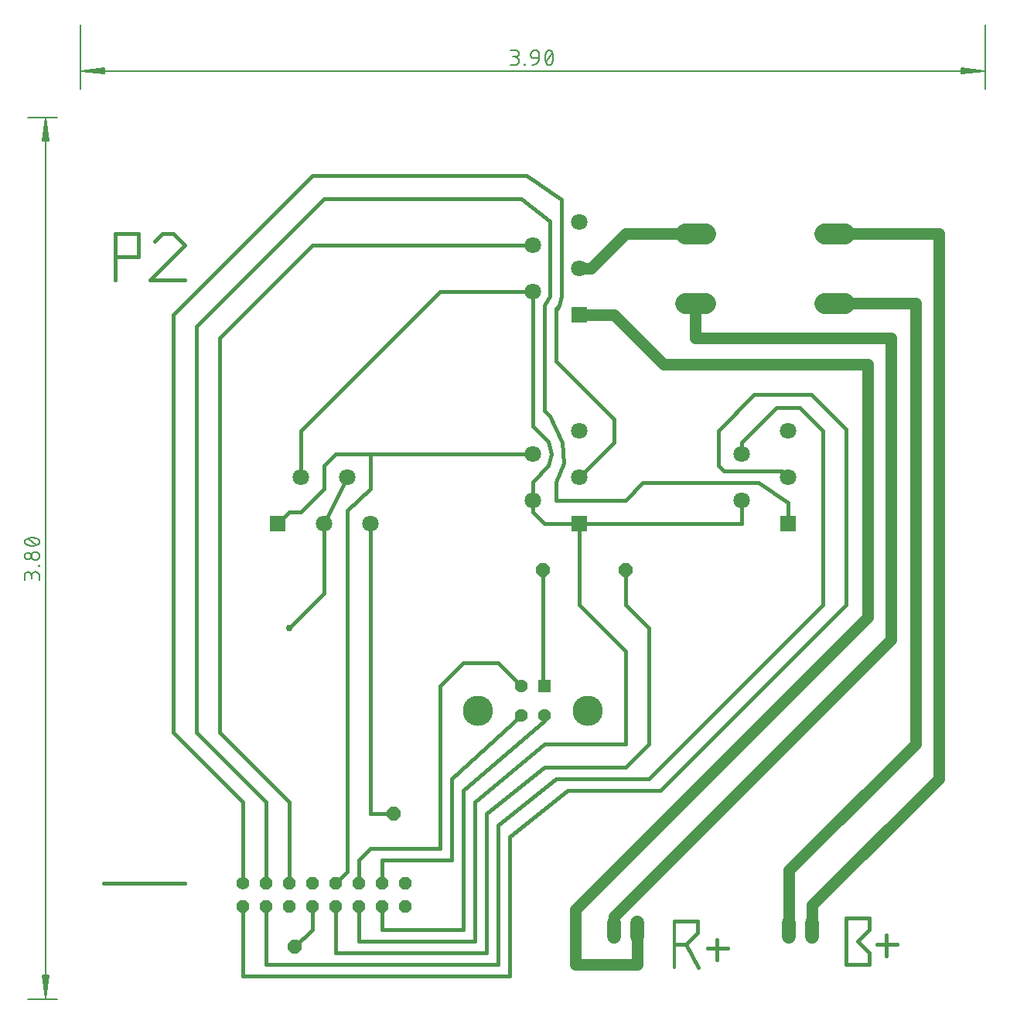
<source format=gbr>
G04 EAGLE Gerber RS-274X export*
G75*
%MOIN*%
%FSLAX34Y34*%
%LPD*%
%INTop Copper*%
%IPPOS*%
%AMOC8*
5,1,8,0,0,1.08239X$1,22.5*%
G01*
%ADD10C,0.005118*%
%ADD11C,0.006000*%
%ADD12C,0.056000*%
%ADD13P,0.060614X8X22.500000*%
%ADD14C,0.060000*%
%ADD15R,0.070866X0.070866*%
%ADD16C,0.070866*%
%ADD17C,0.056220*%
%ADD18R,0.056220X0.056220*%
%ADD19C,0.130551*%
%ADD20C,0.088500*%
%ADD21P,0.064262X8X202.500000*%
%ADD22C,0.016000*%
%ADD23C,0.050000*%
%ADD24C,0.029780*%
%ADD25C,0.012000*%


D10*
X-3000Y0D02*
X-4268Y0D01*
X-4268Y38000D02*
X-3000Y38000D01*
X-3500Y37974D02*
X-3500Y26D01*
X-3626Y1024D01*
X-3374Y1024D01*
X-3500Y26D01*
X-3551Y1024D01*
X-3449Y1024D02*
X-3500Y26D01*
X-3602Y1024D01*
X-3398Y1024D02*
X-3500Y26D01*
X-3626Y36976D02*
X-3500Y37974D01*
X-3626Y36976D02*
X-3374Y36976D01*
X-3500Y37974D01*
X-3551Y36976D01*
X-3449Y36976D02*
X-3500Y37974D01*
X-3602Y36976D01*
X-3398Y36976D02*
X-3500Y37974D01*
D11*
X-3756Y18231D02*
X-3756Y18053D01*
X-3756Y18231D02*
X-3758Y18256D01*
X-3763Y18281D01*
X-3772Y18305D01*
X-3784Y18327D01*
X-3799Y18348D01*
X-3817Y18366D01*
X-3838Y18381D01*
X-3860Y18393D01*
X-3884Y18402D01*
X-3909Y18407D01*
X-3934Y18409D01*
X-3959Y18407D01*
X-3984Y18402D01*
X-4008Y18393D01*
X-4030Y18381D01*
X-4051Y18366D01*
X-4069Y18348D01*
X-4084Y18327D01*
X-4096Y18305D01*
X-4105Y18281D01*
X-4110Y18256D01*
X-4112Y18231D01*
X-4396Y18266D02*
X-4396Y18053D01*
X-4396Y18266D02*
X-4394Y18288D01*
X-4389Y18310D01*
X-4381Y18330D01*
X-4369Y18349D01*
X-4354Y18366D01*
X-4337Y18381D01*
X-4318Y18393D01*
X-4298Y18401D01*
X-4276Y18406D01*
X-4254Y18408D01*
X-4232Y18406D01*
X-4210Y18401D01*
X-4190Y18393D01*
X-4171Y18381D01*
X-4154Y18366D01*
X-4139Y18349D01*
X-4127Y18330D01*
X-4119Y18310D01*
X-4114Y18288D01*
X-4112Y18266D01*
X-4112Y18124D01*
X-3792Y18644D02*
X-3756Y18644D01*
X-3792Y18644D02*
X-3792Y18679D01*
X-3756Y18679D01*
X-3756Y18644D01*
X-3934Y18914D02*
X-3959Y18916D01*
X-3984Y18921D01*
X-4008Y18930D01*
X-4030Y18942D01*
X-4051Y18957D01*
X-4069Y18975D01*
X-4084Y18996D01*
X-4096Y19018D01*
X-4105Y19042D01*
X-4110Y19067D01*
X-4112Y19092D01*
X-4110Y19117D01*
X-4105Y19142D01*
X-4096Y19166D01*
X-4084Y19188D01*
X-4069Y19209D01*
X-4051Y19227D01*
X-4030Y19242D01*
X-4008Y19254D01*
X-3984Y19263D01*
X-3959Y19268D01*
X-3934Y19270D01*
X-3909Y19268D01*
X-3884Y19263D01*
X-3860Y19254D01*
X-3838Y19242D01*
X-3817Y19227D01*
X-3799Y19209D01*
X-3784Y19188D01*
X-3772Y19166D01*
X-3763Y19142D01*
X-3758Y19117D01*
X-3756Y19092D01*
X-3758Y19067D01*
X-3763Y19042D01*
X-3772Y19018D01*
X-3784Y18996D01*
X-3799Y18975D01*
X-3817Y18957D01*
X-3838Y18942D01*
X-3860Y18930D01*
X-3884Y18921D01*
X-3909Y18916D01*
X-3934Y18914D01*
X-4254Y18950D02*
X-4276Y18952D01*
X-4298Y18957D01*
X-4318Y18965D01*
X-4337Y18977D01*
X-4354Y18992D01*
X-4369Y19009D01*
X-4381Y19028D01*
X-4389Y19048D01*
X-4394Y19070D01*
X-4396Y19092D01*
X-4394Y19114D01*
X-4389Y19136D01*
X-4381Y19156D01*
X-4369Y19175D01*
X-4354Y19192D01*
X-4337Y19207D01*
X-4318Y19219D01*
X-4298Y19227D01*
X-4276Y19232D01*
X-4254Y19234D01*
X-4232Y19232D01*
X-4210Y19227D01*
X-4190Y19219D01*
X-4171Y19207D01*
X-4154Y19192D01*
X-4139Y19175D01*
X-4127Y19156D01*
X-4119Y19136D01*
X-4114Y19114D01*
X-4112Y19092D01*
X-4114Y19070D01*
X-4119Y19048D01*
X-4127Y19028D01*
X-4139Y19009D01*
X-4154Y18992D01*
X-4171Y18977D01*
X-4190Y18965D01*
X-4210Y18957D01*
X-4232Y18952D01*
X-4254Y18950D01*
X-4076Y19530D02*
X-4116Y19532D01*
X-4155Y19536D01*
X-4195Y19543D01*
X-4233Y19554D01*
X-4270Y19567D01*
X-4307Y19583D01*
X-4308Y19583D02*
X-4327Y19591D01*
X-4344Y19602D01*
X-4359Y19616D01*
X-4372Y19631D01*
X-4383Y19649D01*
X-4391Y19668D01*
X-4395Y19688D01*
X-4397Y19708D01*
X-4395Y19728D01*
X-4391Y19748D01*
X-4383Y19767D01*
X-4372Y19785D01*
X-4359Y19800D01*
X-4344Y19814D01*
X-4327Y19825D01*
X-4308Y19833D01*
X-4307Y19832D02*
X-4270Y19848D01*
X-4233Y19861D01*
X-4195Y19872D01*
X-4155Y19879D01*
X-4116Y19883D01*
X-4076Y19885D01*
X-4076Y19530D02*
X-4036Y19532D01*
X-3997Y19536D01*
X-3958Y19543D01*
X-3919Y19554D01*
X-3882Y19567D01*
X-3845Y19583D01*
X-3826Y19591D01*
X-3809Y19602D01*
X-3794Y19616D01*
X-3781Y19631D01*
X-3770Y19649D01*
X-3762Y19668D01*
X-3758Y19688D01*
X-3756Y19708D01*
X-3845Y19832D02*
X-3882Y19848D01*
X-3919Y19861D01*
X-3958Y19872D01*
X-3997Y19879D01*
X-4036Y19883D01*
X-4076Y19885D01*
X-3845Y19833D02*
X-3826Y19825D01*
X-3809Y19814D01*
X-3794Y19800D01*
X-3781Y19785D01*
X-3770Y19767D01*
X-3762Y19748D01*
X-3758Y19728D01*
X-3756Y19708D01*
X-3898Y19566D02*
X-4254Y19850D01*
D10*
X37000Y39232D02*
X37000Y42000D01*
X-2000Y42000D02*
X-2000Y39232D01*
X-1974Y40000D02*
X36974Y40000D01*
X35976Y40126D01*
X35976Y39874D01*
X36974Y40000D01*
X35976Y40051D01*
X35976Y39949D02*
X36974Y40000D01*
X35976Y40102D01*
X35976Y39898D02*
X36974Y40000D01*
X-976Y40126D02*
X-1974Y40000D01*
X-976Y40126D02*
X-976Y39874D01*
X-1974Y40000D01*
X-976Y40051D01*
X-976Y39949D02*
X-1974Y40000D01*
X-976Y40102D01*
X-976Y39898D02*
X-1974Y40000D01*
D11*
X16553Y40256D02*
X16731Y40256D01*
X16756Y40258D01*
X16781Y40263D01*
X16805Y40272D01*
X16827Y40284D01*
X16848Y40299D01*
X16866Y40317D01*
X16881Y40338D01*
X16893Y40360D01*
X16902Y40384D01*
X16907Y40409D01*
X16909Y40434D01*
X16907Y40459D01*
X16902Y40484D01*
X16893Y40508D01*
X16881Y40530D01*
X16866Y40551D01*
X16848Y40569D01*
X16827Y40584D01*
X16805Y40596D01*
X16781Y40605D01*
X16756Y40610D01*
X16731Y40612D01*
X16766Y40896D02*
X16553Y40896D01*
X16766Y40896D02*
X16788Y40894D01*
X16810Y40889D01*
X16830Y40881D01*
X16849Y40869D01*
X16866Y40854D01*
X16881Y40837D01*
X16893Y40818D01*
X16901Y40798D01*
X16906Y40776D01*
X16908Y40754D01*
X16906Y40732D01*
X16901Y40710D01*
X16893Y40690D01*
X16881Y40671D01*
X16866Y40654D01*
X16849Y40639D01*
X16830Y40627D01*
X16810Y40619D01*
X16788Y40614D01*
X16766Y40612D01*
X16624Y40612D01*
X17144Y40292D02*
X17144Y40256D01*
X17144Y40292D02*
X17179Y40292D01*
X17179Y40256D01*
X17144Y40256D01*
X17557Y40541D02*
X17770Y40541D01*
X17557Y40541D02*
X17535Y40543D01*
X17513Y40548D01*
X17493Y40556D01*
X17474Y40568D01*
X17457Y40583D01*
X17442Y40600D01*
X17430Y40619D01*
X17422Y40639D01*
X17417Y40661D01*
X17415Y40683D01*
X17415Y40718D01*
X17414Y40718D02*
X17416Y40743D01*
X17421Y40768D01*
X17430Y40792D01*
X17442Y40814D01*
X17457Y40835D01*
X17475Y40853D01*
X17496Y40868D01*
X17518Y40880D01*
X17542Y40889D01*
X17567Y40894D01*
X17592Y40896D01*
X17617Y40894D01*
X17642Y40889D01*
X17666Y40880D01*
X17688Y40868D01*
X17709Y40853D01*
X17727Y40835D01*
X17742Y40814D01*
X17754Y40792D01*
X17763Y40768D01*
X17768Y40743D01*
X17770Y40718D01*
X17770Y40541D01*
X17768Y40509D01*
X17763Y40478D01*
X17754Y40447D01*
X17742Y40418D01*
X17726Y40390D01*
X17708Y40364D01*
X17687Y40340D01*
X17663Y40319D01*
X17637Y40301D01*
X17609Y40285D01*
X17580Y40273D01*
X17549Y40264D01*
X17518Y40259D01*
X17486Y40257D01*
X18030Y40576D02*
X18032Y40616D01*
X18036Y40655D01*
X18043Y40695D01*
X18054Y40733D01*
X18067Y40770D01*
X18083Y40807D01*
X18083Y40808D02*
X18091Y40827D01*
X18102Y40844D01*
X18116Y40859D01*
X18131Y40872D01*
X18149Y40883D01*
X18168Y40891D01*
X18188Y40895D01*
X18208Y40897D01*
X18228Y40895D01*
X18248Y40891D01*
X18267Y40883D01*
X18285Y40872D01*
X18300Y40859D01*
X18314Y40844D01*
X18325Y40827D01*
X18333Y40808D01*
X18332Y40807D02*
X18348Y40770D01*
X18361Y40733D01*
X18372Y40695D01*
X18379Y40655D01*
X18383Y40616D01*
X18385Y40576D01*
X18030Y40576D02*
X18032Y40536D01*
X18036Y40497D01*
X18043Y40458D01*
X18054Y40419D01*
X18067Y40382D01*
X18083Y40345D01*
X18091Y40326D01*
X18102Y40309D01*
X18116Y40294D01*
X18131Y40281D01*
X18149Y40270D01*
X18168Y40262D01*
X18188Y40258D01*
X18208Y40256D01*
X18332Y40345D02*
X18348Y40382D01*
X18361Y40419D01*
X18372Y40458D01*
X18379Y40497D01*
X18383Y40536D01*
X18385Y40576D01*
X18333Y40345D02*
X18325Y40326D01*
X18314Y40309D01*
X18300Y40294D01*
X18285Y40281D01*
X18267Y40270D01*
X18248Y40262D01*
X18228Y40258D01*
X18208Y40256D01*
X18066Y40398D02*
X18350Y40754D01*
D12*
X5000Y5000D03*
D13*
X5000Y4000D03*
X6000Y5000D03*
X6000Y4000D03*
X7000Y5000D03*
X7000Y4000D03*
X8000Y5000D03*
X8000Y4000D03*
X9000Y5000D03*
X9000Y4000D03*
X10000Y5000D03*
X10000Y4000D03*
X11000Y5000D03*
X11000Y4000D03*
X12000Y5000D03*
X12000Y4000D03*
D14*
X28550Y3300D02*
X28550Y2700D01*
X29550Y2700D02*
X29550Y3300D01*
D15*
X19500Y29500D03*
D16*
X19500Y31500D03*
X19500Y33500D03*
X17500Y30500D03*
X17500Y32500D03*
D15*
X6500Y20500D03*
D16*
X8500Y20500D03*
X10500Y20500D03*
X7500Y22500D03*
X9500Y22500D03*
D15*
X19500Y20500D03*
D16*
X19500Y22500D03*
X19500Y24500D03*
X17500Y21500D03*
X17500Y23500D03*
D15*
X28500Y20500D03*
D16*
X28500Y22500D03*
X28500Y24500D03*
X26500Y21500D03*
X26500Y23500D03*
D14*
X21000Y3300D02*
X21000Y2700D01*
X22000Y2700D02*
X22000Y3300D01*
D17*
X17016Y13500D03*
D18*
X18000Y13500D03*
D17*
X18000Y12236D03*
X17016Y12236D03*
D19*
X15138Y12435D03*
X19878Y12435D03*
D20*
X30058Y30000D02*
X30943Y30000D01*
X24943Y30000D02*
X24058Y30000D01*
X24058Y33000D02*
X24943Y33000D01*
X30058Y33000D02*
X30943Y33000D01*
D21*
X21500Y18500D03*
X11500Y8000D03*
X7250Y2250D03*
X17950Y18500D03*
D22*
X-500Y32000D02*
X-500Y33000D01*
X500Y33000D01*
X-500Y32000D02*
X-500Y31000D01*
X-500Y32000D02*
X500Y32000D01*
X500Y33000D01*
X1200Y32650D02*
X1550Y33000D01*
X1000Y31000D02*
X2500Y31000D01*
X2000Y33000D02*
X1550Y33000D01*
X2000Y33000D02*
X2500Y32500D01*
X1000Y31000D01*
D23*
X30500Y33000D02*
X35000Y33000D01*
X35000Y9500D02*
X29550Y4050D01*
X29550Y3000D01*
X35000Y9500D02*
X35000Y33000D01*
X21000Y29500D02*
X19500Y29500D01*
X21000Y29500D02*
X23150Y27350D01*
X31950Y27350D01*
X31950Y16450D01*
X19350Y3850D01*
X19350Y1500D01*
X22000Y1500D01*
X22000Y3000D01*
D22*
X11000Y5000D02*
X11000Y6000D01*
X14000Y6000D01*
X14000Y9500D01*
X17016Y12236D01*
X14500Y3000D02*
X11000Y3000D01*
X11000Y4000D01*
X18000Y12000D02*
X18000Y12236D01*
X14500Y9000D02*
X14500Y3000D01*
X14500Y9000D02*
X18000Y12000D01*
X17016Y13500D02*
X16016Y14500D01*
X14500Y14500D01*
X10500Y6500D02*
X10000Y6000D01*
X10000Y5000D01*
X13500Y13500D02*
X14500Y14500D01*
X13500Y6500D02*
X10500Y6500D01*
X13500Y6500D02*
X13500Y13500D01*
X19500Y22500D02*
X21000Y24000D01*
X5000Y8500D02*
X5000Y5000D01*
X5000Y8500D02*
X2000Y11500D01*
X2000Y29500D02*
X8000Y35500D01*
X17233Y35500D01*
X2000Y29500D02*
X2000Y11500D01*
X21000Y24000D02*
X21000Y25000D01*
X18500Y27500D01*
X18750Y30300D02*
X18750Y34466D01*
X17233Y35500D01*
X18625Y29875D02*
X18500Y29750D01*
X18500Y29650D01*
X18500Y27500D01*
X18625Y29875D02*
X18750Y30300D01*
X18625Y29875D02*
X18500Y29650D01*
X25500Y23000D02*
X25750Y22750D01*
X25500Y23000D02*
X25500Y24500D01*
X27050Y26050D01*
X29500Y26050D01*
X28250Y22750D02*
X28500Y22500D01*
X28250Y22750D02*
X25750Y22750D01*
X5000Y4000D02*
X5000Y980D01*
X16500Y980D01*
X23000Y9000D02*
X31000Y17000D01*
X31000Y24550D02*
X29500Y26050D01*
X31000Y24550D02*
X31000Y17000D01*
X16500Y7000D02*
X16500Y980D01*
X16500Y7000D02*
X19000Y9000D01*
X23000Y9000D01*
X6000Y8500D02*
X6000Y5000D01*
X6000Y8500D02*
X3000Y11500D01*
X3000Y29000D02*
X8500Y34500D01*
X3000Y29000D02*
X3000Y11500D01*
X8500Y34500D02*
X17000Y34500D01*
X22250Y22250D02*
X27250Y22250D01*
X18250Y30300D02*
X18250Y33538D01*
X22250Y22250D02*
X21500Y21500D01*
X18500Y21500D01*
X18500Y22300D01*
X28500Y21400D02*
X28500Y20500D01*
X18250Y33538D02*
X17000Y34500D01*
X18250Y25107D02*
X18773Y23987D01*
X18822Y23074D02*
X18500Y22300D01*
X18822Y23074D02*
X18773Y23987D01*
X27250Y22250D02*
X28500Y21400D01*
X18050Y29950D02*
X18000Y29900D01*
X18000Y25357D02*
X18250Y25107D01*
X18000Y25357D02*
X18000Y29900D01*
X18050Y29950D02*
X18250Y30300D01*
X16000Y1500D02*
X6000Y1500D01*
X30000Y17000D02*
X30000Y24500D01*
X29000Y25500D02*
X28000Y25500D01*
X26500Y24000D01*
X26500Y23500D01*
X6000Y4000D02*
X6000Y1500D01*
X22500Y9500D02*
X30000Y17000D01*
X30000Y24500D02*
X29000Y25500D01*
X16000Y7500D02*
X16000Y1500D01*
X16000Y7500D02*
X18500Y9500D01*
X22500Y9500D01*
X17500Y32500D02*
X8000Y32500D01*
X4000Y28500D01*
X7000Y8500D02*
X7000Y5000D01*
X7000Y8500D02*
X4000Y11500D01*
X4000Y28500D01*
X9500Y22500D02*
X8500Y20500D01*
X8500Y17500D01*
X7000Y16000D01*
D24*
X7000Y16000D03*
D22*
X6500Y20500D02*
X7000Y21000D01*
X7500Y21000D01*
X8500Y22000D01*
X9500Y21050D02*
X9500Y5500D01*
X9000Y5000D01*
X10500Y23500D02*
X17500Y23500D01*
X10500Y23500D02*
X9000Y23500D01*
X8500Y23000D02*
X8500Y22000D01*
X9500Y21050D02*
X10500Y22000D01*
X10500Y23500D01*
X9000Y23500D02*
X8500Y23000D01*
X7500Y22500D02*
X7500Y24500D01*
X10000Y2500D02*
X15000Y2500D01*
X18000Y20500D02*
X19500Y20500D01*
X18000Y20500D02*
X17500Y21000D01*
X17500Y21500D01*
X21500Y15000D02*
X21500Y11000D01*
X19500Y20500D02*
X26500Y20500D01*
X26500Y21500D01*
X17500Y21500D02*
X17500Y22300D01*
X18175Y22975D01*
X10000Y4000D02*
X10000Y2500D01*
X21500Y15000D02*
X19500Y17000D01*
X19500Y20500D01*
X13500Y30500D02*
X7500Y24500D01*
X13500Y30500D02*
X17500Y30500D01*
X17500Y24700D01*
X18175Y24025D01*
X18300Y23500D01*
X18175Y22975D01*
X18000Y11000D02*
X15000Y8500D01*
X18000Y11000D02*
X21500Y11000D01*
X15000Y8500D02*
X15000Y2500D01*
X31000Y3500D02*
X32000Y3500D01*
X32000Y3000D01*
X31500Y2500D01*
X32000Y2000D01*
X32000Y1500D01*
X31000Y1500D01*
X31000Y3500D01*
D25*
X23600Y2350D02*
X23600Y1350D01*
D22*
X23600Y2350D02*
X24100Y2350D01*
X23600Y3350D02*
X24600Y3350D01*
X24600Y2850D01*
X24100Y2350D02*
X24650Y1350D01*
X24100Y2350D02*
X24600Y2850D01*
D25*
X23600Y3350D02*
X23600Y2350D01*
D22*
X25050Y2200D02*
X25450Y2200D01*
X25900Y2200D01*
X25450Y2200D02*
X25450Y2550D01*
X25450Y2200D02*
X25450Y1700D01*
D23*
X24500Y33000D02*
X21500Y33000D01*
X20000Y31500D01*
X19500Y31500D01*
X24500Y30000D02*
X24500Y28500D01*
X32950Y28500D01*
X32950Y15500D01*
X21000Y3550D02*
X21000Y3000D01*
X21000Y3550D02*
X32950Y15500D01*
X34000Y11000D02*
X28550Y5550D01*
X34000Y11000D02*
X34000Y30000D01*
X30500Y30000D01*
X28550Y5550D02*
X28550Y3000D01*
D22*
X2500Y5000D02*
X-1000Y5000D01*
X32750Y2750D02*
X32750Y2350D01*
X32750Y1850D01*
X32750Y2350D02*
X33200Y2350D01*
X32750Y2350D02*
X32350Y2350D01*
X9000Y2000D02*
X9000Y4000D01*
X9000Y2000D02*
X15500Y2000D01*
X22500Y11000D02*
X22500Y16000D01*
X21500Y17000D01*
X21500Y18500D01*
X22500Y11000D02*
X21500Y10000D01*
X15500Y8000D02*
X15500Y2000D01*
X15500Y8000D02*
X18000Y10000D01*
X21500Y10000D01*
X10500Y8000D02*
X10500Y20500D01*
X10500Y8000D02*
X11500Y8000D01*
X17950Y13550D02*
X17950Y18500D01*
X17950Y13550D02*
X18000Y13500D01*
X8000Y4000D02*
X8000Y3000D01*
X7250Y2250D01*
M02*

</source>
